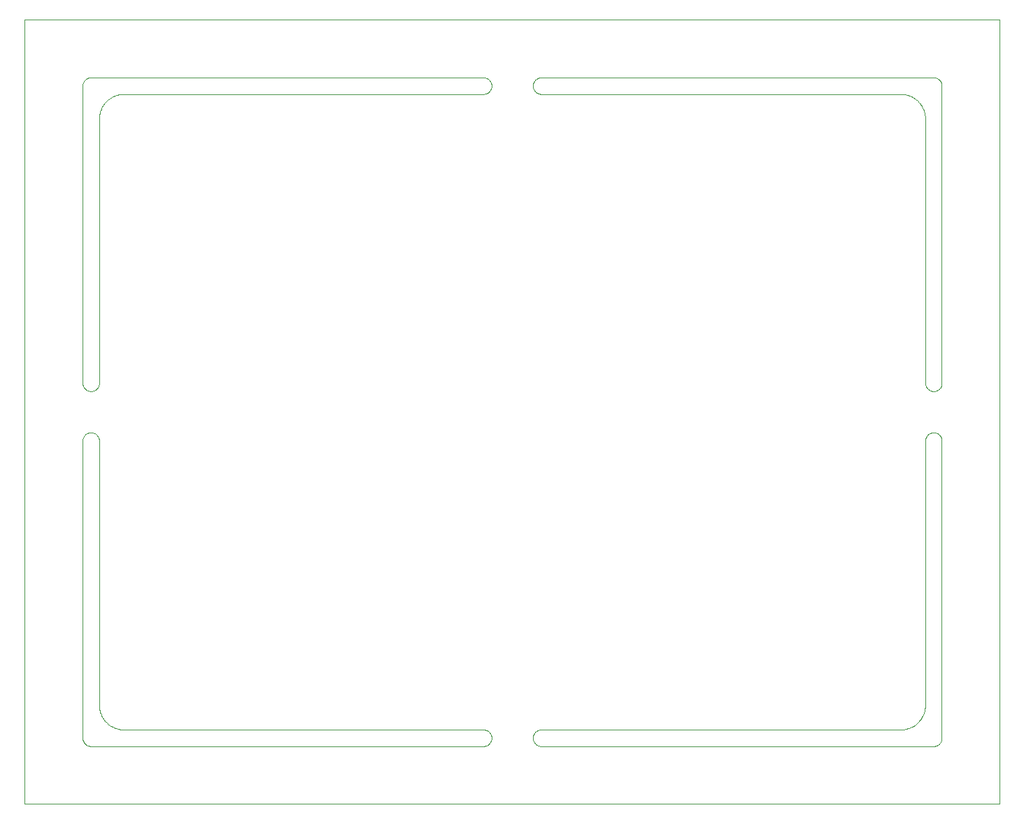
<source format=gm1>
G04 #@! TF.GenerationSoftware,KiCad,Pcbnew,(6.99.0-5015-g618347ef50)*
G04 #@! TF.CreationDate,2023-01-08T20:33:57+01:00*
G04 #@! TF.ProjectId,TinyLlama,54696e79-4c6c-4616-9d61-2e6b69636164,2.1*
G04 #@! TF.SameCoordinates,Original*
G04 #@! TF.FileFunction,Profile,NP*
%FSLAX46Y46*%
G04 Gerber Fmt 4.6, Leading zero omitted, Abs format (unit mm)*
G04 Created by KiCad (PCBNEW (6.99.0-5015-g618347ef50)) date 2023-01-08 20:33:57*
%MOMM*%
%LPD*%
G01*
G04 APERTURE LIST*
G04 #@! TA.AperFunction,Profile*
%ADD10C,0.100000*%
G04 #@! TD*
G04 APERTURE END LIST*
D10*
X71424637Y-23388855D02*
X71404946Y-23433278D01*
X22194826Y-22400259D02*
X22224721Y-22361952D01*
X24732218Y-25036482D02*
X24732050Y-25036672D01*
X24447640Y-99575974D02*
X24447771Y-99576191D01*
X26860463Y-24003539D02*
X26835673Y-24004796D01*
X23970328Y-65749450D02*
X23980974Y-65796861D01*
X122332411Y-24312451D02*
X122332185Y-24312337D01*
X123267781Y-25036482D02*
X123182871Y-24942499D01*
X125970328Y-102250549D02*
X125957368Y-102297380D01*
X123817268Y-99030166D02*
X123817353Y-99029928D01*
X125250549Y-102970328D02*
X125203138Y-102980974D01*
X23476681Y-65116900D02*
X23518960Y-65140851D01*
X22325158Y-102743539D02*
X22289966Y-102710033D01*
X15006002Y-109999087D02*
X15006455Y-109999275D01*
X123966970Y-98441967D02*
X123967005Y-98441716D01*
X24545207Y-25275984D02*
X24545060Y-25276190D01*
X132997829Y-15003902D02*
X132997517Y-15003522D01*
X71359148Y-101481039D02*
X71383099Y-101523318D01*
X25173893Y-24620174D02*
X25173690Y-24620327D01*
X121764137Y-24099253D02*
X121763892Y-24099187D01*
X125710033Y-65289966D02*
X125743539Y-65325158D01*
X71489281Y-101844737D02*
X71495229Y-101892963D01*
X24000000Y-97993792D02*
X24000158Y-98006205D01*
X123900746Y-26235862D02*
X123865902Y-26114090D01*
X77111144Y-23924637D02*
X77066721Y-23904946D01*
X122597469Y-24461038D02*
X122597256Y-24460901D01*
X24059175Y-26408574D02*
X24036829Y-26533246D01*
X76557874Y-101656480D02*
X76575362Y-101611144D01*
X23989281Y-59155262D02*
X23980974Y-59203138D01*
X24134097Y-26114090D02*
X24099253Y-26235862D01*
X76981039Y-22140851D02*
X77023318Y-22116900D01*
X24134169Y-98886152D02*
X24141600Y-98909836D01*
X76510718Y-102155262D02*
X76504770Y-102107036D01*
X77344737Y-102989281D02*
X77296861Y-102980974D01*
X124116900Y-59476681D02*
X124095053Y-59433278D01*
X22042631Y-65702619D02*
X22057874Y-65656480D01*
X71174841Y-23743539D02*
X71138047Y-23775278D01*
X24059223Y-98591674D02*
X24064219Y-98615988D01*
X25173893Y-100379825D02*
X25275984Y-100454792D01*
X123165597Y-24924322D02*
X123165420Y-24924141D01*
X26260382Y-100907095D02*
X26383763Y-100935726D01*
X15002170Y-15003902D02*
X15001878Y-15004296D01*
X77490122Y-103000000D02*
X77441423Y-102998804D01*
X125805173Y-22400259D02*
X125833152Y-22439987D01*
X71243539Y-23674841D02*
X71210033Y-23710033D01*
X124289966Y-59710033D02*
X124256460Y-59674841D01*
X71099740Y-101194826D02*
X71138047Y-101224721D01*
X22010718Y-59155262D02*
X22004770Y-59107036D01*
X23638047Y-59775278D02*
X23599740Y-59805173D01*
X22075362Y-22611144D02*
X22095053Y-22566721D01*
X70888855Y-102924637D02*
X70843519Y-102942125D01*
X25690328Y-100698702D02*
X25805421Y-100751584D01*
X132997517Y-15003522D02*
X132997188Y-15003159D01*
X25296563Y-100469119D02*
X25296773Y-100469261D01*
X26684179Y-24016963D02*
X26683928Y-24016992D01*
X125998804Y-59058576D02*
X125995229Y-59107036D01*
X71383099Y-22523318D02*
X71404946Y-22566721D01*
X125638047Y-22224721D02*
X125674841Y-22256460D01*
X71099740Y-22194826D02*
X71138047Y-22224721D01*
X123751687Y-25805652D02*
X123751584Y-25805421D01*
X125904946Y-102433278D02*
X125883099Y-102476681D01*
X132995295Y-15001605D02*
X132994874Y-15001353D01*
X125388855Y-22075362D02*
X125433278Y-22095053D01*
X23989281Y-65844737D02*
X23995229Y-65892963D01*
X76756460Y-22325158D02*
X76789966Y-22289966D01*
X132990190Y-109999942D02*
X132990681Y-109999918D01*
X132987727Y-110000000D02*
X132987972Y-109999996D01*
X71489281Y-22844737D02*
X71495229Y-22892963D01*
X125107036Y-59995229D02*
X125058576Y-59998804D01*
X125995229Y-22892963D02*
X125998804Y-22941423D01*
X23433278Y-59904946D02*
X23388855Y-59924637D01*
X24461038Y-99597469D02*
X24530738Y-99703226D01*
X132999275Y-15006455D02*
X132999087Y-15006002D01*
X26709126Y-100985569D02*
X26835420Y-100995187D01*
X124004770Y-59107036D02*
X124001195Y-59058576D01*
X22166847Y-65439987D02*
X22194826Y-65400259D01*
X26683928Y-24016992D02*
X26558283Y-24032994D01*
X23155262Y-65010718D02*
X23203138Y-65019025D01*
X23009877Y-65000000D02*
X23009877Y-65000000D01*
X76981039Y-23859148D02*
X76939987Y-23833152D01*
X122053680Y-24191442D02*
X122053443Y-24191351D01*
X15000724Y-109993544D02*
X15000912Y-109993997D01*
X24016963Y-26684179D02*
X24014452Y-26708874D01*
X123469261Y-99703226D02*
X123538961Y-99597469D01*
X132992612Y-15000416D02*
X132992136Y-15000297D01*
X124892963Y-65004770D02*
X124941423Y-65001195D01*
X125388855Y-59924637D02*
X125343519Y-59942125D01*
X77344737Y-23989281D02*
X77296861Y-23980974D01*
X25690328Y-24301297D02*
X25690100Y-24301405D01*
X77441423Y-102998804D02*
X77392963Y-102995229D01*
X132999583Y-15007387D02*
X132999440Y-15006917D01*
X76939987Y-102833152D02*
X76900259Y-102805173D01*
X121164326Y-100995203D02*
X121164579Y-100995187D01*
X125942125Y-59343519D02*
X125924637Y-59388855D01*
X125638047Y-65224721D02*
X125674841Y-65256460D01*
X76861952Y-23775278D02*
X76825158Y-23743539D01*
X71404946Y-22566721D02*
X71424637Y-22611144D01*
X123454792Y-99724015D02*
X123454939Y-99723809D01*
X25828462Y-100761475D02*
X25828696Y-100761572D01*
X24182646Y-25970071D02*
X24141679Y-26089923D01*
X124000000Y-27006333D02*
X123999999Y-27006207D01*
X77392963Y-23995229D02*
X77344737Y-23989281D01*
X22289966Y-102710033D02*
X22256460Y-102674841D01*
X123552359Y-99575974D02*
X123616613Y-99466823D01*
X132993997Y-15000912D02*
X132993544Y-15000724D01*
X132997829Y-109996097D02*
X132998121Y-109995703D01*
X124523318Y-59883099D02*
X124481039Y-59859148D01*
X123935780Y-26384011D02*
X123935726Y-26383763D01*
X71495229Y-23107036D02*
X71489281Y-23155262D01*
X70655262Y-102989281D02*
X70607036Y-102995229D01*
X22941423Y-22001195D02*
X22990122Y-22000000D01*
X125775278Y-102638047D02*
X125743539Y-102674841D01*
X22481039Y-65140851D02*
X22523318Y-65116900D01*
X125883099Y-22523318D02*
X125904946Y-22566721D01*
X123454939Y-99723809D02*
X123469119Y-99703436D01*
X22042631Y-59297380D02*
X22029671Y-59250549D01*
X24059175Y-98591425D02*
X24059223Y-98591674D01*
X123698594Y-25690100D02*
X123687662Y-25667814D01*
X23743539Y-65325158D02*
X23775278Y-65361952D01*
X71018960Y-22140851D02*
X71060012Y-22166847D01*
X24924322Y-24834402D02*
X24924141Y-24834579D01*
X123985547Y-26708874D02*
X123983036Y-26684179D01*
X123983007Y-26683928D02*
X123967005Y-26558283D01*
X125980974Y-59203138D02*
X125970328Y-59250549D01*
X125904946Y-59433278D02*
X125883099Y-59476681D01*
X125203138Y-65019025D02*
X125250549Y-65029671D01*
X125297380Y-102957368D02*
X125250549Y-102970328D01*
X24092965Y-26260136D02*
X24092904Y-26260382D01*
X23388855Y-59924637D02*
X23343519Y-59942125D01*
X77111144Y-22075362D02*
X77156480Y-22057874D01*
X124325158Y-65256460D02*
X124361952Y-65224721D01*
X25276190Y-100454939D02*
X25296563Y-100469119D01*
X77023318Y-101116900D02*
X77066721Y-101095053D01*
X71383099Y-102476681D02*
X71359148Y-102518960D01*
X70797380Y-102957368D02*
X70750549Y-102970328D01*
X122944493Y-24715882D02*
X122944299Y-24715719D01*
X24530738Y-25296773D02*
X24461038Y-25402530D01*
X23710033Y-65289966D02*
X23743539Y-65325158D01*
X24715882Y-25055506D02*
X24715719Y-25055700D01*
X22325158Y-65256460D02*
X22361952Y-65224721D01*
X22001195Y-102058576D02*
X22000000Y-102009877D01*
X123817353Y-99029928D02*
X123858320Y-98910076D01*
X122963517Y-24732218D02*
X122963327Y-24732050D01*
X23833152Y-59560012D02*
X23805173Y-59599740D01*
X26408574Y-24059175D02*
X26408325Y-24059223D01*
X124075362Y-65611144D02*
X124095053Y-65566721D01*
X70933278Y-23904946D02*
X70888855Y-23924637D01*
X25055506Y-100284117D02*
X25055700Y-100284280D01*
X125805173Y-102599740D02*
X125775278Y-102638047D01*
X125743539Y-22325158D02*
X125775278Y-22361952D01*
X132991169Y-109999870D02*
X132991655Y-109999798D01*
X124566721Y-59904946D02*
X124523318Y-59883099D01*
X123284280Y-25055700D02*
X123284117Y-25055506D01*
X22019025Y-22796861D02*
X22029671Y-22749450D01*
X123267781Y-99963517D02*
X123267949Y-99963327D01*
X23998804Y-59058576D02*
X23995229Y-59107036D01*
X77296861Y-101019025D02*
X77344737Y-101010718D01*
X25828696Y-100761572D02*
X25946319Y-100808557D01*
X76595053Y-22566721D02*
X76616900Y-22523318D01*
X121763892Y-24099187D02*
X121739863Y-24092965D01*
X71210033Y-23710033D02*
X71174841Y-23743539D01*
X22990122Y-103000000D02*
X22941423Y-102998804D01*
X123865830Y-26113847D02*
X123858399Y-26090163D01*
X71333152Y-22439987D02*
X71359148Y-22481039D01*
X71404946Y-23433278D02*
X71383099Y-23476681D01*
X71099740Y-102805173D02*
X71060012Y-102833152D01*
X24635678Y-25153863D02*
X24635520Y-25154062D01*
X24312337Y-99332185D02*
X24312451Y-99332411D01*
X76542631Y-102297380D02*
X76529671Y-102250549D01*
X71210033Y-102710033D02*
X71174841Y-102743539D01*
X123935726Y-98616236D02*
X123935780Y-98615988D01*
X121006205Y-24000158D02*
X120993792Y-24000000D01*
X15001878Y-109995703D02*
X15002170Y-109996097D01*
X123751584Y-99194578D02*
X123751687Y-99194347D01*
X70558576Y-22001195D02*
X70607036Y-22004770D01*
X121441967Y-100966970D02*
X121466503Y-100963211D01*
X23775278Y-59638047D02*
X23743539Y-59674841D01*
X22844737Y-102989281D02*
X22796861Y-102980974D01*
X123075858Y-100165420D02*
X123165420Y-100075858D01*
X71305173Y-102599740D02*
X71275278Y-102638047D01*
X24064219Y-98615988D02*
X24064273Y-98616236D01*
X122466823Y-100616613D02*
X122575974Y-100552359D01*
X121006205Y-100999841D02*
X121006331Y-100999839D01*
X123616613Y-99466823D02*
X123616738Y-99466603D01*
X123999841Y-98006205D02*
X123999999Y-97993792D01*
X71457368Y-101702619D02*
X71470328Y-101749450D01*
X122944299Y-100284280D02*
X122944493Y-100284117D01*
X24371094Y-25555322D02*
X24312451Y-25667588D01*
X26533246Y-100963170D02*
X26533496Y-100963211D01*
X125343519Y-59942125D02*
X125297380Y-59957368D01*
X71243539Y-102674841D02*
X71210033Y-102710033D01*
X124019025Y-59203138D02*
X124010718Y-59155262D01*
X23904946Y-59433278D02*
X23883099Y-59476681D01*
X24032994Y-26558283D02*
X24016992Y-26683928D01*
X76557874Y-23343519D02*
X76542631Y-23297380D01*
X24092904Y-26260382D02*
X24064273Y-26383763D01*
X71138047Y-22224721D02*
X71174841Y-22256460D01*
X123995187Y-98164579D02*
X123995203Y-98164326D01*
X25970071Y-24182646D02*
X25969833Y-24182731D01*
X120993666Y-24000000D02*
X77490122Y-24000000D01*
X22029671Y-65749450D02*
X22042631Y-65702619D01*
X15008830Y-15000129D02*
X15008344Y-15000201D01*
X24312451Y-25667588D02*
X24312337Y-25667814D01*
X125710033Y-102710033D02*
X125674841Y-102743539D01*
X26384011Y-24064219D02*
X26383763Y-24064273D01*
X70976681Y-23883099D02*
X70933278Y-23904946D01*
X125388855Y-102924637D02*
X125343519Y-102942125D01*
X27006333Y-24000000D02*
X27006207Y-24000000D01*
X71404946Y-101566721D02*
X71424637Y-101611144D01*
X71359148Y-102518960D02*
X71333152Y-102560012D01*
X124439987Y-59833152D02*
X124400259Y-59805173D01*
X123963170Y-98466753D02*
X123963211Y-98466503D01*
X23638047Y-65224721D02*
X23674841Y-65256460D01*
X22702619Y-65042631D02*
X22749450Y-65029671D01*
X22481039Y-59859148D02*
X22439987Y-59833152D01*
X125995229Y-102107036D02*
X125989281Y-102155262D01*
X123995203Y-26835673D02*
X123995187Y-26835420D01*
X24238427Y-25828696D02*
X24191442Y-25946319D01*
X132999440Y-15006917D02*
X132999275Y-15006455D01*
X15002170Y-109996097D02*
X15002482Y-109996477D01*
X24099187Y-98763892D02*
X24099253Y-98764137D01*
X24099253Y-98764137D02*
X24134097Y-98885909D01*
X132993997Y-109999087D02*
X132994441Y-109998877D01*
X70607036Y-102995229D02*
X70558576Y-102998804D01*
X76900259Y-23805173D02*
X76861952Y-23775278D01*
X23599740Y-65194826D02*
X23638047Y-65224721D01*
X22140851Y-22481039D02*
X22166847Y-22439987D01*
X25805421Y-100751584D02*
X25805652Y-100751687D01*
X26860716Y-24003529D02*
X26860463Y-24003539D01*
X77441423Y-101001195D02*
X77490122Y-101000000D01*
X22166847Y-102560012D02*
X22140851Y-102518960D01*
X22075362Y-102388855D02*
X22057874Y-102343519D01*
X24014452Y-98291125D02*
X24016963Y-98315820D01*
X71480974Y-101796861D02*
X71489281Y-101844737D01*
X126000000Y-102009877D02*
X125998804Y-102058576D01*
X15000559Y-109993082D02*
X15000724Y-109993544D01*
X24004812Y-98164579D02*
X24014430Y-98290873D01*
X124140851Y-59518960D02*
X124116900Y-59476681D01*
X26708874Y-100985547D02*
X26709126Y-100985569D01*
X132995703Y-15001878D02*
X132995295Y-15001605D01*
X24545060Y-25276190D02*
X24530880Y-25296563D01*
X23805173Y-65400259D02*
X23833152Y-65439987D01*
X124481039Y-59859148D02*
X124439987Y-59833152D01*
X123628785Y-99444900D02*
X123628905Y-99444677D01*
X77111144Y-102924637D02*
X77066721Y-102904946D01*
X26383763Y-24064273D02*
X26260382Y-24092904D01*
X133000000Y-109987727D02*
X133000000Y-15012272D01*
X125433278Y-102904946D02*
X125388855Y-102924637D01*
X23058576Y-59998804D02*
X23009877Y-60000000D01*
X124042631Y-59297380D02*
X124029671Y-59250549D01*
X23203138Y-59980974D02*
X23155262Y-59989281D01*
X76825158Y-102743539D02*
X76789966Y-102710033D01*
X15002811Y-109996840D02*
X15003159Y-109997188D01*
X22289966Y-59710033D02*
X22256460Y-59674841D01*
X123379672Y-99826309D02*
X123379825Y-99826106D01*
X15007387Y-15000416D02*
X15006917Y-15000559D01*
X125942125Y-102343519D02*
X125924637Y-102388855D01*
X22892963Y-65004770D02*
X22941423Y-65001195D01*
X77111144Y-101075362D02*
X77156480Y-101057874D01*
X125155262Y-59989281D02*
X125107036Y-59995229D01*
X124224721Y-59638047D02*
X124194826Y-59599740D01*
X124289966Y-65289966D02*
X124325158Y-65256460D01*
X23883099Y-65523318D02*
X23904946Y-65566721D01*
X24530880Y-25296563D02*
X24530738Y-25296773D01*
X123075677Y-24834402D02*
X123057686Y-24817301D01*
X125743539Y-102674841D02*
X125710033Y-102710033D01*
X70703138Y-22019025D02*
X70750549Y-22029671D01*
X71498804Y-101941423D02*
X71500000Y-101990122D01*
X123687548Y-25667588D02*
X123628905Y-25555322D01*
X22010718Y-22844737D02*
X22019025Y-22796861D01*
X71424637Y-101611144D02*
X71442125Y-101656480D01*
X125599740Y-22194826D02*
X125638047Y-22224721D01*
X71305173Y-101400259D02*
X71333152Y-101439987D01*
X24461038Y-25402530D02*
X24460901Y-25402743D01*
X132998646Y-15005125D02*
X132998394Y-15004704D01*
X124004770Y-65892963D02*
X124010718Y-65844737D01*
X125058576Y-22001195D02*
X125107036Y-22004770D01*
X122845937Y-100364479D02*
X122846136Y-100364321D01*
X123900812Y-98763892D02*
X123907034Y-98739863D01*
X22001195Y-65941423D02*
X22004770Y-65892963D01*
X71275278Y-101361952D02*
X71305173Y-101400259D01*
X24092904Y-98739617D02*
X24092965Y-98739863D01*
X132998394Y-109995295D02*
X132998646Y-109994874D01*
X22001195Y-59058576D02*
X22000000Y-59009877D01*
X15000129Y-15008830D02*
X15000081Y-15009318D01*
X71174841Y-101256460D02*
X71210033Y-101289966D01*
X24942499Y-100182871D02*
X25036482Y-100267781D01*
X25424025Y-24447640D02*
X25423808Y-24447771D01*
X24620327Y-99826309D02*
X24635520Y-99845937D01*
X71359148Y-22481039D02*
X71383099Y-22523318D01*
X22029671Y-22749450D02*
X22042631Y-22702619D01*
X124010718Y-65844737D02*
X124019025Y-65796861D01*
X22224721Y-65361952D02*
X22256460Y-65325158D01*
X22892963Y-59995229D02*
X22844737Y-59989281D01*
X25402530Y-100538961D02*
X25402743Y-100539098D01*
X24447640Y-25424025D02*
X24383386Y-25533176D01*
X123865830Y-98886152D02*
X123865902Y-98885909D01*
X71359148Y-23518960D02*
X71333152Y-23560012D01*
X22004770Y-65892963D02*
X22010718Y-65844737D01*
X132999918Y-15009318D02*
X132999870Y-15008830D01*
X121616236Y-24064273D02*
X121615988Y-24064219D01*
X71404946Y-102433278D02*
X71383099Y-102476681D01*
X70797380Y-101042631D02*
X70843519Y-101057874D01*
X124523318Y-65116900D02*
X124566721Y-65095053D01*
X77344737Y-22010718D02*
X77392963Y-22004770D01*
X77156480Y-22057874D02*
X77202619Y-22042631D01*
X125998804Y-22941423D02*
X126000000Y-22990122D01*
X125203138Y-59980974D02*
X125155262Y-59989281D01*
X24301405Y-25690100D02*
X24301297Y-25690328D01*
X123983036Y-98315820D02*
X123985547Y-98291125D01*
X71275278Y-102638047D02*
X71243539Y-102674841D01*
X121441967Y-24033029D02*
X121441716Y-24032994D01*
X25805652Y-100751687D02*
X25828462Y-100761475D01*
X71018960Y-23859148D02*
X70976681Y-23883099D01*
X22990122Y-65000000D02*
X23009877Y-65000000D01*
X123182698Y-24942313D02*
X123165597Y-24924322D01*
X76861952Y-22224721D02*
X76900259Y-22194826D01*
X125805173Y-65400259D02*
X125833152Y-65439987D01*
X22941423Y-102998804D02*
X22892963Y-102995229D01*
X22400259Y-102805173D02*
X22361952Y-102775278D01*
X71470328Y-22749450D02*
X71480974Y-22796861D01*
X71500000Y-22990122D02*
X71500000Y-23009877D01*
X24460901Y-99597256D02*
X24461038Y-99597469D01*
X125560012Y-59833152D02*
X125518960Y-59859148D01*
X122030166Y-24182731D02*
X122029928Y-24182646D01*
X123469119Y-99703436D02*
X123469261Y-99703226D01*
X77344737Y-101010718D02*
X77392963Y-101004770D01*
X123995203Y-98164326D02*
X123996460Y-98139536D01*
X76825158Y-22256460D02*
X76861952Y-22224721D01*
X24141679Y-26089923D02*
X24141600Y-26090163D01*
X122597256Y-100539098D02*
X122597469Y-100538961D01*
X25423808Y-24447771D02*
X25402743Y-24460901D01*
X125009877Y-22000000D02*
X125058576Y-22001195D01*
X70976681Y-101116900D02*
X71018960Y-101140851D01*
X71210033Y-22289966D02*
X71243539Y-22325158D01*
X25555099Y-24371214D02*
X25533396Y-24383261D01*
X15000000Y-109987727D02*
X15000003Y-109987972D01*
X71018960Y-101140851D02*
X71060012Y-101166847D01*
X122053443Y-24191351D02*
X122030166Y-24182731D01*
X15008830Y-109999870D02*
X15009318Y-109999918D01*
X124439987Y-65166847D02*
X124481039Y-65140851D01*
X24000000Y-65990122D02*
X24000000Y-97993666D01*
X22010718Y-102155262D02*
X22004770Y-102107036D01*
X15000416Y-109992612D02*
X15000559Y-109993082D01*
X76500000Y-102009877D02*
X76500000Y-101990122D01*
X24383386Y-25533176D02*
X24383261Y-25533396D01*
X122575974Y-100552359D02*
X122576191Y-100552228D01*
X71495229Y-22892963D02*
X71498804Y-22941423D01*
X25036672Y-100267949D02*
X25055506Y-100284117D01*
X76616900Y-22523318D02*
X76640851Y-22481039D01*
X76900259Y-22194826D02*
X76939987Y-22166847D01*
X121291125Y-24014452D02*
X121290873Y-24014430D01*
X76519025Y-102203138D02*
X76510718Y-102155262D01*
X125518960Y-59859148D02*
X125476681Y-59883099D01*
X123364479Y-99845937D02*
X123379672Y-99826309D01*
X124057874Y-65656480D02*
X124075362Y-65611144D01*
X122053680Y-100808557D02*
X122171303Y-100761572D01*
X124844737Y-65010718D02*
X124892963Y-65004770D01*
X121290873Y-24014430D02*
X121164579Y-24004812D01*
X76510718Y-23155262D02*
X76504770Y-23107036D01*
X123817268Y-25969833D02*
X123808648Y-25946556D01*
X23924637Y-65611144D02*
X23942125Y-65656480D01*
X125518960Y-102859148D02*
X125476681Y-102883099D01*
X71498804Y-23058576D02*
X71495229Y-23107036D01*
X71457368Y-22702619D02*
X71470328Y-22749450D01*
X76694826Y-102599740D02*
X76666847Y-102560012D01*
X70933278Y-102904946D02*
X70888855Y-102924637D01*
X125833152Y-65439987D02*
X125859148Y-65481039D01*
X15003159Y-15002811D02*
X15002811Y-15003159D01*
X123698702Y-25690328D02*
X123698594Y-25690100D01*
X123940776Y-26408325D02*
X123935780Y-26384011D01*
X25154062Y-100364479D02*
X25173690Y-100379672D01*
X71333152Y-23560012D02*
X71305173Y-23599740D01*
X123454939Y-25276190D02*
X123454792Y-25275984D01*
X125476681Y-59883099D02*
X125433278Y-59904946D01*
X22095053Y-65566721D02*
X22116900Y-65523318D01*
X123940824Y-26408574D02*
X123940776Y-26408325D01*
X122171537Y-100761475D02*
X122194347Y-100751687D01*
X23009877Y-60000000D02*
X22990122Y-60000000D01*
X22400259Y-65194826D02*
X22439987Y-65166847D01*
X77296861Y-23980974D02*
X77249450Y-23970328D01*
X71424637Y-22611144D02*
X71442125Y-22656480D01*
X123628905Y-99444677D02*
X123687548Y-99332411D01*
X70703138Y-101019025D02*
X70750549Y-101029671D01*
X24620174Y-25173893D02*
X24545207Y-25275984D01*
X71383099Y-23476681D02*
X71359148Y-23518960D01*
X76529671Y-22749450D02*
X76542631Y-22702619D01*
X123538961Y-99597469D02*
X123539098Y-99597256D01*
X76825158Y-101256460D02*
X76861952Y-101224721D01*
X26558283Y-100967005D02*
X26683928Y-100983007D01*
X23957368Y-65702619D02*
X23970328Y-65749450D01*
X123454792Y-25275984D02*
X123379825Y-25173893D01*
X25296563Y-24530880D02*
X25276190Y-24545060D01*
X26114090Y-24134097D02*
X26113847Y-24134169D01*
X23155262Y-59989281D02*
X23107036Y-59995229D01*
X70843519Y-102942125D02*
X70797380Y-102957368D01*
X15003902Y-15002170D02*
X15003522Y-15002482D01*
X124702619Y-65042631D02*
X124749450Y-65029671D01*
X25805652Y-24248312D02*
X25805421Y-24248415D01*
X125989281Y-65844737D02*
X125995229Y-65892963D01*
X132990190Y-15000057D02*
X132987972Y-15000003D01*
X122332185Y-24312337D02*
X122309899Y-24301405D01*
X121909836Y-100858399D02*
X121910076Y-100858320D01*
X23998804Y-65941423D02*
X24000000Y-65990122D01*
X22057874Y-102343519D02*
X22042631Y-102297380D01*
X77296861Y-102980974D02*
X77249450Y-102970328D01*
X121885909Y-100865902D02*
X121886152Y-100865830D01*
X77296861Y-22019025D02*
X77344737Y-22010718D01*
X76900259Y-101194826D02*
X76939987Y-101166847D01*
X125775278Y-22361952D02*
X125805173Y-22400259D01*
X22481039Y-22140851D02*
X22523318Y-22116900D01*
X123075677Y-100165597D02*
X123075858Y-100165420D01*
X23859148Y-65481039D02*
X23883099Y-65523318D01*
X22566721Y-22095053D02*
X22611144Y-22075362D01*
X132999942Y-15009809D02*
X132999918Y-15009318D01*
X23995229Y-65892963D02*
X23998804Y-65941423D01*
X77023318Y-102883099D02*
X76981039Y-102859148D01*
X123940824Y-98591425D02*
X123963170Y-98466753D01*
X71470328Y-101749450D02*
X71480974Y-101796861D01*
X122597469Y-100538961D02*
X122703226Y-100469261D01*
X123900812Y-26236107D02*
X123900746Y-26235862D01*
X24064273Y-26383763D02*
X24064219Y-26384011D01*
X26860716Y-100996470D02*
X26993668Y-100999839D01*
X25402743Y-100539098D02*
X25423808Y-100552228D01*
X125674841Y-102743539D02*
X125638047Y-102775278D01*
X121910076Y-24141679D02*
X121909836Y-24141600D01*
X77249450Y-23970328D02*
X77202619Y-23957368D01*
X26835673Y-100995203D02*
X26860463Y-100996460D01*
X123967005Y-26558283D02*
X123966970Y-26558032D01*
X125883099Y-102476681D02*
X125859148Y-102518960D01*
X122963327Y-100267949D02*
X122963517Y-100267781D01*
X26114090Y-100865902D02*
X26235862Y-100900746D01*
X123963211Y-98466503D02*
X123966970Y-98441967D01*
X25555322Y-24371094D02*
X25555099Y-24371214D01*
X24004812Y-26835420D02*
X24004796Y-26835673D01*
X123165420Y-24924141D02*
X123075858Y-24834579D01*
X76789966Y-102710033D02*
X76756460Y-102674841D01*
X22656480Y-65057874D02*
X22702619Y-65042631D01*
X15000057Y-109990190D02*
X15000081Y-109990681D01*
X22116900Y-22523318D02*
X22140851Y-22481039D01*
X122703226Y-24530738D02*
X122597469Y-24461038D01*
X121291125Y-100985547D02*
X121315820Y-100983036D01*
X124941423Y-59998804D02*
X124892963Y-59995229D01*
X24301405Y-99309899D02*
X24312337Y-99332185D01*
X25173690Y-24620327D02*
X25154062Y-24635520D01*
X121164579Y-100995187D02*
X121290873Y-100985569D01*
X121591425Y-100940824D02*
X121591674Y-100940776D01*
X25173690Y-100379672D02*
X25173893Y-100379825D01*
X126000000Y-59009877D02*
X125998804Y-59058576D01*
X123379825Y-25173893D02*
X123379672Y-25173690D01*
X125833152Y-59560012D02*
X125805173Y-59599740D01*
X123858399Y-26090163D02*
X123858320Y-26089923D01*
X24033029Y-98441967D02*
X24036788Y-98466503D01*
X132998646Y-109994874D02*
X132998877Y-109994441D01*
X124361952Y-65224721D02*
X124400259Y-65194826D01*
X23970328Y-59250549D02*
X23957368Y-59297380D01*
X26709126Y-24014430D02*
X26708874Y-24014452D01*
X23805173Y-59599740D02*
X23775278Y-59638047D01*
X15009318Y-109999918D02*
X15009809Y-109999942D01*
X121591425Y-24059175D02*
X121466753Y-24036829D01*
X26993794Y-24000158D02*
X26993668Y-24000160D01*
X24715882Y-99944493D02*
X24732050Y-99963327D01*
X70558576Y-23998804D02*
X70509877Y-24000000D01*
X77249450Y-102970328D02*
X77202619Y-102957368D01*
X76666847Y-22439987D02*
X76694826Y-22400259D01*
X24003529Y-98139283D02*
X24003539Y-98139536D01*
X132987972Y-15000003D02*
X132987727Y-15000000D01*
X70607036Y-23995229D02*
X70558576Y-23998804D01*
X22004770Y-22892963D02*
X22010718Y-22844737D01*
X22400259Y-59805173D02*
X22361952Y-59775278D01*
X24447771Y-25423808D02*
X24447640Y-25424025D01*
X132994441Y-15001122D02*
X132993997Y-15000912D01*
X123999999Y-97993792D02*
X124000000Y-97993666D01*
X76542631Y-101702619D02*
X76557874Y-101656480D01*
X122309671Y-100698702D02*
X122309899Y-100698594D01*
X22004770Y-102107036D02*
X22001195Y-102058576D01*
X76529671Y-101749450D02*
X76542631Y-101702619D01*
X22019025Y-102203138D02*
X22010718Y-102155262D01*
X123075858Y-24834579D02*
X123075677Y-24834402D01*
X27006207Y-100999999D02*
X27006333Y-101000000D01*
X125250549Y-22029671D02*
X125297380Y-22042631D01*
X23674841Y-65256460D02*
X23710033Y-65289966D01*
X122030166Y-100817268D02*
X122053443Y-100808648D01*
X27006333Y-101000000D02*
X70509877Y-101000000D01*
X25667588Y-100687548D02*
X25667814Y-100687662D01*
X126000000Y-22990122D02*
X126000000Y-59009877D01*
X25946319Y-24191442D02*
X25828696Y-24238427D01*
X132996477Y-109997517D02*
X132996840Y-109997188D01*
X15001353Y-15005125D02*
X15001122Y-15005558D01*
X76981039Y-102859148D02*
X76939987Y-102833152D01*
X124796861Y-59980974D02*
X124749450Y-59970328D01*
X22325158Y-59743539D02*
X22289966Y-59710033D01*
X23924637Y-59388855D02*
X23904946Y-59433278D01*
X124194826Y-59599740D02*
X124166847Y-59560012D01*
X70933278Y-101095053D02*
X70976681Y-101116900D01*
X24834402Y-24924322D02*
X24817301Y-24942313D01*
X22749450Y-59970328D02*
X22702619Y-59957368D01*
X22892963Y-22004770D02*
X22941423Y-22001195D01*
X76789966Y-22289966D02*
X76825158Y-22256460D01*
X22796861Y-59980974D02*
X22749450Y-59970328D01*
X26089923Y-100858320D02*
X26090163Y-100858399D01*
X123165597Y-100075677D02*
X123182698Y-100057686D01*
X22166847Y-22439987D02*
X22194826Y-22400259D01*
X25969833Y-24182731D02*
X25946556Y-24191351D01*
X125638047Y-59775278D02*
X125599740Y-59805173D01*
X123539098Y-99597256D02*
X123552228Y-99576191D01*
X125009877Y-103000000D02*
X77490122Y-103000000D01*
X22611144Y-65075362D02*
X22656480Y-65057874D01*
X24004796Y-26835673D02*
X24003539Y-26860463D01*
X132997517Y-109996477D02*
X132997829Y-109996097D01*
X76756460Y-101325158D02*
X76789966Y-101289966D01*
X71500000Y-23009877D02*
X71498804Y-23058576D01*
X24732050Y-99963327D02*
X24732218Y-99963517D01*
X122053443Y-100808648D02*
X122053680Y-100808557D01*
X71480974Y-22796861D02*
X71489281Y-22844737D01*
X125433278Y-59904946D02*
X125388855Y-59924637D01*
X24141600Y-26090163D02*
X24134169Y-26113847D01*
X125924637Y-59388855D02*
X125904946Y-59433278D01*
X24620174Y-99826106D02*
X24620327Y-99826309D01*
X132999275Y-109993544D02*
X132999440Y-109993082D01*
X23560012Y-65166847D02*
X23599740Y-65194826D01*
X132999918Y-109990681D02*
X132999942Y-109990190D01*
X122194347Y-24248312D02*
X122171537Y-24238524D01*
X125883099Y-59476681D02*
X125859148Y-59518960D01*
X15000416Y-15007387D02*
X15000297Y-15007863D01*
X15000000Y-15012272D02*
X15000000Y-109987727D01*
X122703436Y-24530880D02*
X122703226Y-24530738D01*
X121739863Y-100907034D02*
X121763892Y-100900812D01*
X23250549Y-65029671D02*
X23297380Y-65042631D01*
X125058576Y-65001195D02*
X125107036Y-65004770D01*
X125743539Y-65325158D02*
X125775278Y-65361952D01*
X71457368Y-102297380D02*
X71442125Y-102343519D01*
X122723809Y-24545060D02*
X122703436Y-24530880D01*
X15000003Y-109987972D02*
X15000057Y-109990190D01*
X124566721Y-65095053D02*
X124611144Y-65075362D01*
X122309899Y-24301405D02*
X122309671Y-24301297D01*
X24460901Y-25402743D02*
X24447771Y-25423808D01*
X123751687Y-99194347D02*
X123761475Y-99171537D01*
X76640851Y-23518960D02*
X76616900Y-23476681D01*
X71489281Y-23155262D02*
X71480974Y-23203138D01*
X77490122Y-24000000D02*
X77441423Y-23998804D01*
X123817353Y-25970071D02*
X123817268Y-25969833D01*
X132995703Y-109998121D02*
X132996097Y-109997829D01*
X132994874Y-15001353D02*
X132994441Y-15001122D01*
X125904946Y-65566721D02*
X125924637Y-65611144D01*
X22749450Y-65029671D02*
X22796861Y-65019025D01*
X24371214Y-99444900D02*
X24383261Y-99466603D01*
X15006455Y-109999275D02*
X15006917Y-109999440D01*
X15003522Y-15002482D02*
X15003159Y-15002811D01*
X121466753Y-100963170D02*
X121591425Y-100940824D01*
X123935726Y-26383763D02*
X123907095Y-26260382D01*
X26260136Y-24092965D02*
X26236107Y-24099187D01*
X71442125Y-102343519D02*
X71424637Y-102388855D01*
X132987727Y-15000000D02*
X15012272Y-15000000D01*
X24182646Y-99029928D02*
X24182731Y-99030166D01*
X121739617Y-100907095D02*
X121739863Y-100907034D01*
X77156480Y-23942125D02*
X77111144Y-23924637D01*
X122171303Y-100761572D02*
X122171537Y-100761475D01*
X125710033Y-22289966D02*
X125743539Y-22325158D01*
X124611144Y-59924637D02*
X124566721Y-59904946D01*
X132993082Y-15000559D02*
X132992612Y-15000416D01*
X77490122Y-101000000D02*
X120993666Y-101000000D01*
X15009809Y-109999942D02*
X15012027Y-109999996D01*
X24301297Y-99309671D02*
X24301405Y-99309899D01*
X26558032Y-100966970D02*
X26558283Y-100967005D01*
X22019025Y-65796861D02*
X22029671Y-65749450D01*
X23107036Y-65004770D02*
X23155262Y-65010718D01*
X123761572Y-99171303D02*
X123808557Y-99053680D01*
X23343519Y-65057874D02*
X23388855Y-65075362D01*
X22010718Y-65844737D02*
X22019025Y-65796861D01*
X26993668Y-100999839D02*
X26993794Y-100999841D01*
X125155262Y-22010718D02*
X125203138Y-22019025D01*
X22702619Y-22042631D02*
X22749450Y-22029671D01*
X22004770Y-59107036D02*
X22001195Y-59058576D01*
X123995187Y-26835420D02*
X123985569Y-26709126D01*
X71498804Y-102058576D02*
X71495229Y-102107036D01*
X132996097Y-15002170D02*
X132995703Y-15001878D01*
X123165420Y-100075858D02*
X123165597Y-100075677D01*
X22611144Y-102924637D02*
X22566721Y-102904946D01*
X123552359Y-25424025D02*
X123552228Y-25423808D01*
X125433278Y-22095053D02*
X125476681Y-22116900D01*
X24036829Y-26533246D02*
X24036788Y-26533496D01*
X125995229Y-65892963D02*
X125998804Y-65941423D01*
X125203138Y-102980974D02*
X125155262Y-102989281D01*
X76939987Y-23833152D02*
X76900259Y-23805173D01*
X15004704Y-109998394D02*
X15005125Y-109998646D01*
X123538961Y-25402530D02*
X123469261Y-25296773D01*
X76575362Y-102388855D02*
X76557874Y-102343519D01*
X76519025Y-22796861D02*
X76529671Y-22749450D01*
X15012272Y-110000000D02*
X132987727Y-110000000D01*
X22140851Y-65481039D02*
X22166847Y-65439987D01*
X71500000Y-23009877D02*
X71500000Y-23009877D01*
X71174841Y-22256460D02*
X71210033Y-22289966D01*
X121739863Y-24092965D02*
X121739617Y-24092904D01*
X71442125Y-23343519D02*
X71424637Y-23388855D01*
X122826106Y-100379825D02*
X122826309Y-100379672D01*
X123687662Y-25667814D02*
X123687548Y-25667588D01*
X70797380Y-23957368D02*
X70750549Y-23970328D01*
X22361952Y-22224721D02*
X22400259Y-22194826D01*
X125980974Y-102203138D02*
X125970328Y-102250549D01*
X123999839Y-26993668D02*
X123996470Y-26860716D01*
X123761572Y-25828696D02*
X123761475Y-25828462D01*
X125599740Y-59805173D02*
X125560012Y-59833152D01*
X15006917Y-109999440D02*
X15007387Y-109999583D01*
X23107036Y-59995229D02*
X23058576Y-59998804D01*
X15003522Y-109997517D02*
X15003902Y-109997829D01*
X24099253Y-26235862D02*
X24099187Y-26236107D01*
X70888855Y-101075362D02*
X70933278Y-101095053D01*
X15005558Y-109998877D02*
X15006002Y-109999087D01*
X132999870Y-15008830D02*
X132999798Y-15008344D01*
X15009809Y-15000057D02*
X15009809Y-15000057D01*
X24182731Y-25969833D02*
X24182646Y-25970071D01*
X77392963Y-101004770D02*
X77441423Y-101001195D01*
X132995295Y-109998394D02*
X132995703Y-109998121D01*
X24000160Y-98006331D02*
X24003529Y-98139283D01*
X15002811Y-15003159D02*
X15002482Y-15003522D01*
X124844737Y-59989281D02*
X124796861Y-59980974D01*
X123858399Y-98909836D02*
X123865830Y-98886152D01*
X124256460Y-59674841D02*
X124224721Y-59638047D01*
X15009318Y-15000081D02*
X15008830Y-15000129D01*
X123057686Y-24817301D02*
X123057500Y-24817128D01*
X124702619Y-59957368D02*
X124656480Y-59942125D01*
X24134169Y-26113847D02*
X24134097Y-26114090D01*
X77249450Y-101029671D02*
X77296861Y-101019025D01*
X122944493Y-100284117D02*
X122963327Y-100267949D01*
X124990122Y-65000000D02*
X125009877Y-65000000D01*
X26533496Y-24036788D02*
X26533246Y-24036829D01*
X76640851Y-101481039D02*
X76666847Y-101439987D01*
X24036788Y-26533496D02*
X24033029Y-26558032D01*
X76756460Y-102674841D02*
X76724721Y-102638047D01*
X121006331Y-24000160D02*
X121006205Y-24000158D01*
X24635520Y-99845937D02*
X24635678Y-99846136D01*
X15008344Y-15000201D02*
X15007863Y-15000297D01*
X76724721Y-102638047D02*
X76694826Y-102599740D01*
X70750549Y-101029671D02*
X70797380Y-101042631D01*
X123985569Y-26709126D02*
X123985547Y-26708874D01*
X25424025Y-100552359D02*
X25533176Y-100616613D01*
X122029928Y-100817353D02*
X122030166Y-100817268D01*
X77202619Y-101042631D02*
X77249450Y-101029671D01*
X124095053Y-65566721D02*
X124116900Y-65523318D01*
X76504770Y-23107036D02*
X76501195Y-23058576D01*
X125560012Y-22166847D02*
X125599740Y-22194826D01*
X24635678Y-99846136D02*
X24715719Y-99944299D01*
X124656480Y-65057874D02*
X124702619Y-65042631D01*
X125833152Y-22439987D02*
X125859148Y-22481039D01*
X132999942Y-109990190D02*
X132999996Y-109987972D01*
X121316071Y-100983007D02*
X121441716Y-100967005D01*
X22656480Y-102942125D02*
X22611144Y-102924637D01*
X123364321Y-99846136D02*
X123364479Y-99845937D01*
X132993544Y-109999275D02*
X132993997Y-109999087D01*
X76724721Y-23638047D02*
X76694826Y-23599740D01*
X76542631Y-22702619D02*
X76557874Y-22656480D01*
X125859148Y-22481039D02*
X125883099Y-22523318D01*
X24141679Y-98910076D02*
X24182646Y-99029928D01*
X26860463Y-100996460D02*
X26860716Y-100996470D01*
X22194826Y-59599740D02*
X22166847Y-59560012D01*
X15000297Y-109992136D02*
X15000416Y-109992612D01*
X22256460Y-102674841D02*
X22224721Y-102638047D01*
X22224721Y-59638047D02*
X22194826Y-59599740D01*
X125989281Y-59155262D02*
X125980974Y-59203138D01*
X22566721Y-59904946D02*
X22523318Y-59883099D01*
X22029671Y-59250549D02*
X22019025Y-59203138D01*
X71470328Y-23250549D02*
X71457368Y-23297380D01*
X121591674Y-100940776D02*
X121615988Y-100935780D01*
X24924141Y-24834579D02*
X24834579Y-24924141D01*
X125297380Y-22042631D02*
X125343519Y-22057874D01*
X22439987Y-22166847D02*
X22481039Y-22140851D01*
X24312337Y-25667814D02*
X24301405Y-25690100D01*
X70888855Y-22075362D02*
X70933278Y-22095053D01*
X26113847Y-100865830D02*
X26114090Y-100865902D01*
X76616900Y-101523318D02*
X76640851Y-101481039D01*
X22000000Y-22990122D02*
X22001195Y-22941423D01*
X71457368Y-23297380D02*
X71442125Y-23343519D01*
X24817128Y-24942499D02*
X24732218Y-25036482D01*
X121886152Y-24134169D02*
X121885909Y-24134097D01*
X121615988Y-100935780D02*
X121616236Y-100935726D01*
X15000724Y-15006455D02*
X15000559Y-15006917D01*
X24530880Y-99703436D02*
X24545060Y-99723809D01*
X23904946Y-65566721D02*
X23924637Y-65611144D01*
X25036482Y-100267781D02*
X25036672Y-100267949D01*
X25153863Y-100364321D02*
X25154062Y-100364479D01*
X124116900Y-65523318D02*
X124140851Y-65481039D01*
X120993666Y-101000000D02*
X120993792Y-100999999D01*
X71470328Y-102250549D02*
X71457368Y-102297380D01*
X76501195Y-22941423D02*
X76504770Y-22892963D01*
X76694826Y-23599740D02*
X76666847Y-23560012D01*
X122444677Y-100628905D02*
X122444900Y-100628785D01*
X23775278Y-65361952D02*
X23805173Y-65400259D01*
X22749450Y-22029671D02*
X22796861Y-22019025D01*
X77066721Y-101095053D02*
X77111144Y-101075362D01*
X25667814Y-24312337D02*
X25667588Y-24312451D01*
X71243539Y-22325158D02*
X71275278Y-22361952D01*
X125058576Y-59998804D02*
X125009877Y-60000000D01*
X125970328Y-65749450D02*
X125980974Y-65796861D01*
X15001878Y-15004296D02*
X15001605Y-15004704D01*
X125155262Y-102989281D02*
X125107036Y-102995229D01*
X124140851Y-65481039D02*
X124166847Y-65439987D01*
X122171303Y-24238427D02*
X122053680Y-24191442D01*
X27006207Y-24000000D02*
X26993794Y-24000158D01*
X24942313Y-24817301D02*
X24924322Y-24834402D01*
X26835673Y-24004796D02*
X26835420Y-24004812D01*
X132996477Y-15002482D02*
X132996097Y-15002170D01*
X15000912Y-109993997D02*
X15001122Y-109994441D01*
X15001605Y-15004704D02*
X15001353Y-15005125D01*
X125155262Y-65010718D02*
X125203138Y-65019025D01*
X123808557Y-99053680D02*
X123808648Y-99053443D01*
X22523318Y-59883099D02*
X22481039Y-59859148D01*
X24545060Y-99723809D02*
X24545207Y-99724015D01*
X76595053Y-102433278D02*
X76575362Y-102388855D01*
X122597256Y-24460901D02*
X122576191Y-24447771D01*
X132991655Y-15000201D02*
X132991169Y-15000129D01*
X71138047Y-102775278D02*
X71099740Y-102805173D01*
X25533396Y-100616738D02*
X25555099Y-100628785D01*
X125998804Y-65941423D02*
X126000000Y-65990122D01*
X122826106Y-24620174D02*
X122724015Y-24545207D01*
X70607036Y-22004770D02*
X70655262Y-22010718D01*
X123907095Y-98739617D02*
X123935726Y-98616236D01*
X77202619Y-22042631D02*
X77249450Y-22029671D01*
X125343519Y-102942125D02*
X125297380Y-102957368D01*
X125980974Y-65796861D02*
X125989281Y-65844737D01*
X76900259Y-102805173D02*
X76861952Y-102775278D01*
X122963327Y-24732050D02*
X122944493Y-24715882D01*
X22224721Y-102638047D02*
X22194826Y-102599740D01*
X25533396Y-24383261D02*
X25533176Y-24383386D01*
X24248415Y-99194578D02*
X24301297Y-99309671D01*
X122944299Y-24715719D02*
X122846136Y-24635678D01*
X125957368Y-65702619D02*
X125970328Y-65749450D01*
X123379825Y-99826106D02*
X123454792Y-99724015D01*
X22844737Y-59989281D02*
X22796861Y-59980974D01*
X121763892Y-100900812D02*
X121764137Y-100900746D01*
X24003539Y-26860463D02*
X24003529Y-26860716D01*
X22796861Y-22019025D02*
X22844737Y-22010718D01*
X25036482Y-24732218D02*
X24942499Y-24817128D01*
X76724721Y-101361952D02*
X76756460Y-101325158D01*
X123935780Y-98615988D02*
X123940776Y-98591674D01*
X25690100Y-100698594D02*
X25690328Y-100698702D01*
X25275984Y-24545207D02*
X25173893Y-24620174D01*
X132991655Y-109999798D02*
X132992136Y-109999702D01*
X124796861Y-65019025D02*
X124844737Y-65010718D01*
X132993082Y-109999440D02*
X132993544Y-109999275D01*
X123469119Y-25296563D02*
X123454939Y-25276190D01*
X71442125Y-101656480D02*
X71457368Y-101702619D01*
X71424637Y-102388855D02*
X71404946Y-102433278D01*
X25036672Y-24732050D02*
X25036482Y-24732218D01*
X124194826Y-65400259D02*
X124224721Y-65361952D01*
X122194347Y-100751687D02*
X122194578Y-100751584D01*
X77023318Y-23883099D02*
X76981039Y-23859148D01*
X24092965Y-98739863D02*
X24099187Y-98763892D01*
X24003539Y-98139536D02*
X24004796Y-98164326D01*
X22289966Y-22289966D02*
X22325158Y-22256460D01*
X24924322Y-100165597D02*
X24942313Y-100182698D01*
X24134097Y-98885909D02*
X24134169Y-98886152D01*
X76542631Y-23297380D02*
X76529671Y-23250549D01*
X71138047Y-23775278D02*
X71099740Y-23805173D01*
X121466503Y-100963211D02*
X121466753Y-100963170D01*
X124611144Y-65075362D02*
X124656480Y-65057874D01*
X132996097Y-109997829D02*
X132996477Y-109997517D01*
X22749450Y-102970328D02*
X22702619Y-102957368D01*
X25055700Y-100284280D02*
X25153863Y-100364321D01*
X22990122Y-60000000D02*
X22941423Y-59998804D01*
X122466823Y-24383386D02*
X122466603Y-24383261D01*
X76595053Y-101566721D02*
X76616900Y-101523318D01*
X124361952Y-59775278D02*
X124325158Y-59743539D01*
X26993668Y-24000160D02*
X26860716Y-24003529D01*
X24099187Y-26236107D02*
X24092965Y-26260136D01*
X125250549Y-59970328D02*
X125203138Y-59980974D01*
X122724015Y-24545207D02*
X122723809Y-24545060D01*
X132992136Y-109999702D02*
X132992612Y-109999583D01*
X26383763Y-100935726D02*
X26384011Y-100935780D01*
X123985569Y-98290873D02*
X123995187Y-98164579D01*
X125674841Y-65256460D02*
X125710033Y-65289966D01*
X22057874Y-22656480D02*
X22075362Y-22611144D01*
X123182871Y-100057500D02*
X123267781Y-99963517D01*
X25153863Y-24635678D02*
X25055700Y-24715719D01*
X24016992Y-98316071D02*
X24032994Y-98441716D01*
X70843519Y-101057874D02*
X70888855Y-101075362D01*
X71500000Y-101990122D02*
X71500000Y-102009877D01*
X22042631Y-102297380D02*
X22029671Y-102250549D01*
X125924637Y-102388855D02*
X125904946Y-102433278D01*
X70843519Y-23942125D02*
X70797380Y-23957368D01*
X15004296Y-109998121D02*
X15004704Y-109998394D01*
X24383386Y-99466823D02*
X24447640Y-99575974D01*
X132999996Y-15012027D02*
X132999942Y-15009809D01*
X22289966Y-65289966D02*
X22325158Y-65256460D01*
X22656480Y-59942125D02*
X22611144Y-59924637D01*
X15003902Y-109997829D02*
X15004296Y-109998121D01*
X121315820Y-100983036D02*
X121316071Y-100983007D01*
X25296773Y-24530738D02*
X25296563Y-24530880D01*
X24834579Y-24924141D02*
X24834402Y-24924322D01*
X22095053Y-102433278D02*
X22075362Y-102388855D01*
X123552228Y-99576191D02*
X123552359Y-99575974D01*
X123552228Y-25423808D02*
X123539098Y-25402743D01*
X123057500Y-24817128D02*
X122963517Y-24732218D01*
X125904946Y-22566721D02*
X125924637Y-22611144D01*
X24383261Y-25533396D02*
X24371214Y-25555099D01*
X23388855Y-65075362D02*
X23433278Y-65095053D01*
X22892963Y-102995229D02*
X22844737Y-102989281D01*
X132998394Y-15004704D02*
X132998121Y-15004296D01*
X77392963Y-102995229D02*
X77344737Y-102989281D01*
X132999996Y-109987972D02*
X133000000Y-109987727D01*
X71383099Y-101523318D02*
X71404946Y-101566721D01*
X125674841Y-22256460D02*
X125710033Y-22289966D01*
X77490122Y-22000000D02*
X125009877Y-22000000D01*
X124400259Y-59805173D02*
X124361952Y-59775278D01*
X24004796Y-98164326D02*
X24004812Y-98164579D01*
X125805173Y-59599740D02*
X125775278Y-59638047D01*
X24014430Y-26709126D02*
X24004812Y-26835420D01*
X123182871Y-24942499D02*
X123182698Y-24942313D01*
X76557874Y-22656480D02*
X76575362Y-22611144D01*
X25555099Y-100628785D02*
X25555322Y-100628905D01*
X24834579Y-100075858D02*
X24924141Y-100165420D01*
X15000912Y-15006002D02*
X15000724Y-15006455D01*
X22361952Y-65224721D02*
X22400259Y-65194826D01*
X121739617Y-24092904D02*
X121616236Y-24064273D01*
X76694826Y-101400259D02*
X76724721Y-101361952D01*
X123616738Y-25533396D02*
X123616613Y-25533176D01*
X15002482Y-15003522D02*
X15002170Y-15003902D01*
X125297380Y-59957368D02*
X125250549Y-59970328D01*
X122845937Y-24635520D02*
X122826309Y-24620327D01*
X132999440Y-109993082D02*
X132999583Y-109992612D01*
X76510718Y-22844737D02*
X76519025Y-22796861D01*
X71489281Y-102155262D02*
X71480974Y-102203138D01*
X23883099Y-59476681D02*
X23859148Y-59518960D01*
X125250549Y-65029671D02*
X125297380Y-65042631D01*
X124010718Y-59155262D02*
X124004770Y-59107036D01*
X26236107Y-24099187D02*
X26235862Y-24099253D01*
X71138047Y-101224721D02*
X71174841Y-101256460D01*
X15006002Y-15000912D02*
X15005558Y-15001122D01*
X125743539Y-59674841D02*
X125710033Y-59710033D01*
X24064219Y-26384011D02*
X24059223Y-26408325D01*
X123469261Y-25296773D02*
X123469119Y-25296563D01*
X123364321Y-25153863D02*
X123284280Y-25055700D01*
X76575362Y-23388855D02*
X76557874Y-23343519D01*
X122846136Y-24635678D02*
X122845937Y-24635520D01*
X121164326Y-24004796D02*
X121139536Y-24003539D01*
X22656480Y-22057874D02*
X22702619Y-22042631D01*
X125957368Y-22702619D02*
X125970328Y-22749450D01*
X22075362Y-59388855D02*
X22057874Y-59343519D01*
X121466503Y-24036788D02*
X121441967Y-24033029D01*
X76640851Y-22481039D02*
X76666847Y-22439987D01*
X23833152Y-65439987D02*
X23859148Y-65481039D01*
X23433278Y-65095053D02*
X23476681Y-65116900D01*
X123900746Y-98764137D02*
X123900812Y-98763892D01*
X125476681Y-22116900D02*
X125518960Y-22140851D01*
X125710033Y-59710033D02*
X125674841Y-59743539D01*
X24238524Y-99171537D02*
X24248312Y-99194347D01*
X123616613Y-25533176D02*
X123552359Y-25424025D01*
X22941423Y-65001195D02*
X22990122Y-65000000D01*
X15001122Y-109994441D02*
X15001353Y-109994874D01*
X24014452Y-26708874D02*
X24014430Y-26709126D01*
X76595053Y-23433278D02*
X76575362Y-23388855D01*
X25555322Y-100628905D02*
X25667588Y-100687548D01*
X121466753Y-24036829D02*
X121466503Y-24036788D01*
X24036788Y-98466503D02*
X24036829Y-98466753D01*
X24248415Y-25805421D02*
X24248312Y-25805652D01*
X126000000Y-65990122D02*
X126000000Y-102009877D01*
X132994441Y-109998877D02*
X132994874Y-109998646D01*
X15002482Y-109996477D02*
X15002811Y-109996840D01*
X24003529Y-26860716D02*
X24000160Y-26993668D01*
X15003159Y-109997188D02*
X15003522Y-109997517D01*
X132999870Y-109991169D02*
X132999918Y-109990681D01*
X125560012Y-65166847D02*
X125599740Y-65194826D01*
X123996470Y-26860716D02*
X123996460Y-26860463D01*
X122703436Y-100469119D02*
X122723809Y-100454939D01*
X122332411Y-100687548D02*
X122444677Y-100628905D01*
X25423808Y-100552228D02*
X25424025Y-100552359D01*
X121886152Y-100865830D02*
X121909836Y-100858399D01*
X123808648Y-25946556D02*
X123808557Y-25946319D01*
X76519025Y-23203138D02*
X76510718Y-23155262D01*
X24817301Y-24942313D02*
X24817128Y-24942499D01*
X22844737Y-65010718D02*
X22892963Y-65004770D01*
X124481039Y-65140851D02*
X124523318Y-65116900D01*
X26408574Y-100940824D02*
X26533246Y-100963170D01*
X24191442Y-99053680D02*
X24238427Y-99171303D01*
X125058576Y-102998804D02*
X125009877Y-103000000D01*
X123628905Y-25555322D02*
X123628785Y-25555099D01*
X125599740Y-102805173D02*
X125560012Y-102833152D01*
X123907095Y-26260382D02*
X123907034Y-26260136D01*
X125560012Y-102833152D02*
X125518960Y-102859148D01*
X25154062Y-24635520D02*
X25153863Y-24635678D01*
X125957368Y-59297380D02*
X125942125Y-59343519D01*
X23743539Y-59674841D02*
X23710033Y-59710033D01*
X15005125Y-15001353D02*
X15004704Y-15001605D01*
X76519025Y-101796861D02*
X76529671Y-101749450D01*
X24371214Y-25555099D02*
X24371094Y-25555322D01*
X125343519Y-22057874D02*
X125388855Y-22075362D01*
X76529671Y-102250549D02*
X76519025Y-102203138D01*
X22256460Y-65325158D02*
X22289966Y-65289966D01*
X22844737Y-22010718D02*
X22892963Y-22004770D01*
X71480974Y-23203138D02*
X71470328Y-23250549D01*
X24000000Y-27006207D02*
X24000000Y-27006333D01*
X122444677Y-24371094D02*
X122332411Y-24312451D01*
X23980974Y-59203138D02*
X23970328Y-59250549D01*
X125970328Y-59250549D02*
X125957368Y-59297380D01*
X25275984Y-100454792D02*
X25276190Y-100454939D01*
X71060012Y-101166847D02*
X71099740Y-101194826D01*
X70976681Y-22116900D02*
X71018960Y-22140851D01*
X122029928Y-24182646D02*
X121910076Y-24141679D01*
X24834402Y-100075677D02*
X24834579Y-100075858D01*
X22116900Y-59476681D02*
X22095053Y-59433278D01*
X76640851Y-102518960D02*
X76616900Y-102476681D01*
X124029671Y-65749450D02*
X124042631Y-65702619D01*
X124095053Y-59433278D02*
X124075362Y-59388855D01*
X121764137Y-100900746D02*
X121885909Y-100865902D01*
X15000003Y-15012027D02*
X15000000Y-15012272D01*
X125674841Y-59743539D02*
X125638047Y-59775278D01*
X23957368Y-59297380D02*
X23942125Y-59343519D01*
X22057874Y-59343519D02*
X22042631Y-59297380D01*
X26113847Y-24134169D02*
X26090163Y-24141600D01*
X132998877Y-109994441D02*
X132999087Y-109993997D01*
X26558032Y-24033029D02*
X26533496Y-24036788D01*
X125388855Y-65075362D02*
X125433278Y-65095053D01*
X76501195Y-23058576D02*
X76500000Y-23009877D01*
X24000160Y-26993668D02*
X24000158Y-26993794D01*
X121909836Y-24141600D02*
X121886152Y-24134169D01*
X124656480Y-59942125D02*
X124611144Y-59924637D01*
X121910076Y-100858320D02*
X122029928Y-100817353D01*
X23009877Y-65000000D02*
X23058576Y-65001195D01*
X71018960Y-102859148D02*
X70976681Y-102883099D01*
X70933278Y-22095053D02*
X70976681Y-22116900D01*
X123379672Y-25173690D02*
X123364479Y-25154062D01*
X22566721Y-102904946D02*
X22523318Y-102883099D01*
X22523318Y-102883099D02*
X22481039Y-102859148D01*
X26533246Y-24036829D02*
X26408574Y-24059175D01*
X71442125Y-22656480D02*
X71457368Y-22702619D01*
X133000000Y-15012272D02*
X132999996Y-15012027D01*
X123284117Y-99944493D02*
X123284280Y-99944299D01*
X123808648Y-99053443D02*
X123817268Y-99030166D01*
X77023318Y-22116900D02*
X77066721Y-22095053D01*
X123698702Y-99309671D02*
X123751584Y-99194578D01*
X23058576Y-65001195D02*
X23107036Y-65004770D01*
X25276190Y-24545060D02*
X25275984Y-24545207D01*
X123985547Y-98291125D02*
X123985569Y-98290873D01*
X24620327Y-25173690D02*
X24620174Y-25173893D01*
X125638047Y-102775278D02*
X125599740Y-102805173D01*
X25055506Y-24715882D02*
X25036672Y-24732050D01*
X22166847Y-59560012D02*
X22140851Y-59518960D01*
X26090163Y-100858399D02*
X26113847Y-100865830D01*
X124166847Y-65439987D02*
X124194826Y-65400259D01*
X123539098Y-25402743D02*
X123538961Y-25402530D01*
X23518960Y-59859148D02*
X23476681Y-59883099D01*
X24191351Y-25946556D02*
X24182731Y-25969833D01*
X24545207Y-99724015D02*
X24620174Y-99826106D01*
X23518960Y-65140851D02*
X23560012Y-65166847D01*
X76666847Y-102560012D02*
X76640851Y-102518960D01*
X71495229Y-102107036D02*
X71489281Y-102155262D01*
X23250549Y-59970328D02*
X23203138Y-59980974D01*
X123698594Y-99309899D02*
X123698702Y-99309671D01*
X132994874Y-109998646D02*
X132995295Y-109998394D01*
X15008344Y-109999798D02*
X15008830Y-109999870D01*
X132987972Y-109999996D02*
X132990190Y-109999942D01*
X22095053Y-59433278D02*
X22075362Y-59388855D01*
X22796861Y-65019025D02*
X22844737Y-65010718D01*
X23942125Y-59343519D02*
X23924637Y-59388855D01*
X123687548Y-99332411D02*
X123687662Y-99332185D01*
X125995229Y-59107036D02*
X125989281Y-59155262D01*
X124400259Y-65194826D02*
X124439987Y-65166847D01*
X125957368Y-102297380D02*
X125942125Y-102343519D01*
X76500000Y-23009877D02*
X76500000Y-22990122D01*
X23297380Y-65042631D02*
X23343519Y-65057874D01*
X123999841Y-26993794D02*
X123999839Y-26993668D01*
X25828696Y-24238427D02*
X25828462Y-24238524D01*
X76504770Y-102107036D02*
X76501195Y-102058576D01*
X124001195Y-59058576D02*
X124000000Y-59009877D01*
X125924637Y-65611144D02*
X125942125Y-65656480D01*
X24238524Y-25828462D02*
X24238427Y-25828696D01*
X15001122Y-15005558D02*
X15000912Y-15006002D01*
X15006917Y-15000559D02*
X15006455Y-15000724D01*
X121290873Y-100985569D02*
X121291125Y-100985547D01*
X76500000Y-22990122D02*
X76501195Y-22941423D01*
X132999798Y-109991655D02*
X132999870Y-109991169D01*
X76501195Y-102058576D02*
X76500000Y-102009877D01*
X71500000Y-102009877D02*
X71498804Y-102058576D01*
X123364479Y-25154062D02*
X123364321Y-25153863D01*
X76616900Y-102476681D02*
X76595053Y-102433278D01*
X76789966Y-101289966D02*
X76825158Y-101256460D01*
X71333152Y-102560012D02*
X71305173Y-102599740D01*
X70607036Y-101004770D02*
X70655262Y-101010718D01*
X22194826Y-65400259D02*
X22224721Y-65361952D01*
X123182698Y-100057686D02*
X123182871Y-100057500D01*
X22116900Y-102476681D02*
X22095053Y-102433278D01*
X23859148Y-59518960D02*
X23833152Y-59560012D01*
X125775278Y-59638047D02*
X125743539Y-59674841D01*
X70703138Y-102980974D02*
X70655262Y-102989281D01*
X125343519Y-65057874D02*
X125388855Y-65075362D01*
X22439987Y-102833152D02*
X22400259Y-102805173D01*
X77392963Y-22004770D02*
X77441423Y-22001195D01*
X22361952Y-102775278D02*
X22325158Y-102743539D01*
X22325158Y-22256460D02*
X22361952Y-22224721D01*
X124749450Y-59970328D02*
X124702619Y-59957368D01*
X24238427Y-99171303D02*
X24238524Y-99171537D01*
X76939987Y-101166847D02*
X76981039Y-101140851D01*
X122194578Y-100751584D02*
X122309671Y-100698702D01*
X24000000Y-97993666D02*
X24000000Y-97993792D01*
X124256460Y-65325158D02*
X124289966Y-65289966D01*
X24301297Y-25690328D02*
X24248415Y-25805421D01*
X25533176Y-100616613D02*
X25533396Y-100616738D01*
X123966970Y-26558032D02*
X123963211Y-26533496D01*
X123284280Y-99944299D02*
X123364321Y-99846136D01*
X24817301Y-100057686D02*
X24834402Y-100075677D01*
X24182731Y-99030166D02*
X24191351Y-99053443D01*
X125297380Y-65042631D02*
X125343519Y-65057874D01*
X25690100Y-24301405D02*
X25667814Y-24312337D01*
X70703138Y-23980974D02*
X70655262Y-23989281D01*
X125942125Y-65656480D02*
X125957368Y-65702619D01*
X122846136Y-100364321D02*
X122944299Y-100284280D01*
X23674841Y-59743539D02*
X23638047Y-59775278D01*
X70750549Y-102970328D02*
X70703138Y-102980974D01*
X123865902Y-98885909D02*
X123900746Y-98764137D01*
X123628785Y-25555099D02*
X123616738Y-25533396D01*
X121591674Y-24059223D02*
X121591425Y-24059175D01*
X132999702Y-15007863D02*
X132999583Y-15007387D01*
X121164579Y-24004812D02*
X121164326Y-24004796D01*
X23560012Y-59833152D02*
X23518960Y-59859148D01*
X22941423Y-59998804D02*
X22892963Y-59995229D01*
X26835420Y-24004812D02*
X26709126Y-24014430D01*
X25533176Y-24383386D02*
X25424025Y-24447640D01*
X121316071Y-24016992D02*
X121315820Y-24016963D01*
X25402530Y-24461038D02*
X25296773Y-24530738D01*
X22796861Y-102980974D02*
X22749450Y-102970328D01*
X22001195Y-22941423D02*
X22004770Y-22892963D01*
X24016963Y-98315820D02*
X24016992Y-98316071D01*
X22611144Y-22075362D02*
X22656480Y-22057874D01*
X123687662Y-99332185D02*
X123698594Y-99309899D01*
X71060012Y-102833152D02*
X71018960Y-102859148D01*
X15007863Y-15000297D02*
X15007387Y-15000416D01*
X123996470Y-98139283D02*
X123999839Y-98006331D01*
X25946556Y-100808648D02*
X25969833Y-100817268D01*
X22194826Y-102599740D02*
X22166847Y-102560012D01*
X71060012Y-22166847D02*
X71099740Y-22194826D01*
X125107036Y-65004770D02*
X125155262Y-65010718D01*
X122466603Y-24383261D02*
X122444900Y-24371214D01*
X22042631Y-22702619D02*
X22057874Y-22656480D01*
X70655262Y-22010718D02*
X70703138Y-22019025D01*
X76557874Y-102343519D02*
X76542631Y-102297380D01*
X120993792Y-100999999D02*
X121006205Y-100999841D01*
X77202619Y-102957368D02*
X77156480Y-102942125D01*
X124029671Y-59250549D02*
X124019025Y-59203138D01*
X123999839Y-98006331D02*
X123999841Y-98006205D01*
X122963517Y-100267781D02*
X123057500Y-100182871D01*
X125989281Y-22844737D02*
X125995229Y-22892963D01*
X77066721Y-102904946D02*
X77023318Y-102883099D01*
X132998121Y-15004296D02*
X132997829Y-15003902D01*
X22019025Y-59203138D02*
X22010718Y-59155262D01*
X121315820Y-24016963D02*
X121291125Y-24014452D01*
X71275278Y-22361952D02*
X71305173Y-22400259D01*
X70509877Y-101000000D02*
X70558576Y-101001195D01*
X132996840Y-15002811D02*
X132996477Y-15002482D01*
X71495229Y-101892963D02*
X71498804Y-101941423D01*
X71305173Y-23599740D02*
X71275278Y-23638047D01*
X25946556Y-24191351D02*
X25946319Y-24191442D01*
X76501195Y-101941423D02*
X76504770Y-101892963D01*
X125859148Y-102518960D02*
X125833152Y-102560012D01*
X125924637Y-22611144D02*
X125942125Y-22656480D01*
X76756460Y-23674841D02*
X76724721Y-23638047D01*
X24817128Y-100057500D02*
X24817301Y-100057686D01*
X70843519Y-22057874D02*
X70888855Y-22075362D01*
X77441423Y-23998804D02*
X77392963Y-23995229D01*
X15004704Y-15001605D02*
X15004296Y-15001878D01*
X15000057Y-15009809D02*
X15000003Y-15012027D01*
X123267949Y-25036672D02*
X123267781Y-25036482D01*
X70558576Y-101001195D02*
X70607036Y-101004770D01*
X24732050Y-25036672D02*
X24715882Y-25055506D01*
X25805421Y-24248415D02*
X25690328Y-24301297D01*
X124000000Y-97993666D02*
X124000000Y-65990122D01*
X124075362Y-59388855D02*
X124057874Y-59343519D01*
X125203138Y-22019025D02*
X125250549Y-22029671D01*
X123858320Y-26089923D02*
X123817353Y-25970071D01*
X22000000Y-102009877D02*
X22000000Y-65990122D01*
X23995229Y-59107036D02*
X23989281Y-59155262D01*
X22439987Y-65166847D02*
X22481039Y-65140851D01*
X25969833Y-100817268D02*
X25970071Y-100817353D01*
X71210033Y-101289966D02*
X71243539Y-101325158D01*
X125107036Y-22004770D02*
X125155262Y-22010718D01*
X124990122Y-60000000D02*
X124990122Y-60000000D01*
X76789966Y-23710033D02*
X76756460Y-23674841D01*
X15007387Y-109999583D02*
X15007863Y-109999702D01*
X24191442Y-25946319D02*
X24191351Y-25946556D01*
X123907034Y-98739863D02*
X123907095Y-98739617D01*
X26408325Y-100940776D02*
X26408574Y-100940824D01*
X76825158Y-23743539D02*
X76789966Y-23710033D01*
X70558576Y-102998804D02*
X70509877Y-103000000D01*
X70509877Y-103000000D02*
X22990122Y-103000000D01*
X77066721Y-22095053D02*
X77111144Y-22075362D01*
X77156480Y-102942125D02*
X77111144Y-102924637D01*
X24032994Y-98441716D02*
X24033029Y-98441967D01*
X22057874Y-65656480D02*
X22075362Y-65611144D01*
X22140851Y-102518960D02*
X22116900Y-102476681D01*
X132999583Y-109992612D02*
X132999702Y-109992136D01*
X24942313Y-100182698D02*
X24942499Y-100182871D01*
X123858320Y-98910076D02*
X123858399Y-98909836D01*
X24715719Y-25055700D02*
X24635678Y-25153863D01*
X76694826Y-22400259D02*
X76724721Y-22361952D01*
X22611144Y-59924637D02*
X22566721Y-59904946D01*
X22566721Y-65095053D02*
X22611144Y-65075362D01*
X77249450Y-22029671D02*
X77296861Y-22019025D01*
X125518960Y-65140851D02*
X125560012Y-65166847D01*
X15005558Y-15001122D02*
X15005125Y-15001353D01*
X70797380Y-22042631D02*
X70843519Y-22057874D01*
X15000297Y-15007863D02*
X15000201Y-15008344D01*
X125942125Y-22656480D02*
X125957368Y-22702619D01*
X132996840Y-109997188D02*
X132997188Y-109996840D01*
X70509877Y-24000000D02*
X27006333Y-24000000D01*
X77156480Y-101057874D02*
X77202619Y-101042631D01*
X125599740Y-65194826D02*
X125638047Y-65224721D01*
X121139283Y-100996470D02*
X121139536Y-100996460D01*
X76575362Y-22611144D02*
X76595053Y-22566721D01*
X122576191Y-24447771D02*
X122575974Y-24447640D01*
X70750549Y-22029671D02*
X70797380Y-22042631D01*
X24383261Y-99466603D02*
X24383386Y-99466823D01*
X122575974Y-24447640D02*
X122466823Y-24383386D01*
X125433278Y-65095053D02*
X125476681Y-65116900D01*
X23710033Y-59710033D02*
X23674841Y-59743539D01*
X24059223Y-26408325D02*
X24059175Y-26408574D01*
X125970328Y-22749450D02*
X125980974Y-22796861D01*
X125107036Y-102995229D02*
X125058576Y-102998804D01*
X26993794Y-100999841D02*
X27006207Y-100999999D01*
X123616738Y-99466603D02*
X123628785Y-99444900D01*
X15009809Y-15000057D02*
X15009318Y-15000081D01*
X76724721Y-22361952D02*
X76756460Y-22325158D01*
X123751584Y-25805421D02*
X123698702Y-25690328D01*
X24000158Y-26993794D02*
X24000000Y-27006207D01*
X22256460Y-22325158D02*
X22289966Y-22289966D01*
X15000201Y-15008344D02*
X15000129Y-15008830D01*
X132997188Y-15003159D02*
X132996840Y-15002811D01*
X22224721Y-22361952D02*
X22256460Y-22325158D01*
X24248312Y-25805652D02*
X24238524Y-25828462D01*
X123983036Y-26684179D02*
X123983007Y-26683928D01*
X123963170Y-26533246D02*
X123940824Y-26408574D01*
X132999702Y-109992136D02*
X132999798Y-109991655D01*
X26236107Y-100900812D02*
X26260136Y-100907034D01*
X121139536Y-24003539D02*
X121139283Y-24003529D01*
X76666847Y-101439987D02*
X76694826Y-101400259D01*
X23599740Y-59805173D02*
X23560012Y-59833152D01*
X76500000Y-101990122D02*
X76501195Y-101941423D01*
X22439987Y-59833152D02*
X22400259Y-59805173D01*
X22000000Y-59009877D02*
X22000000Y-22990122D01*
X26684179Y-100983036D02*
X26708874Y-100985547D01*
X124057874Y-59343519D02*
X124042631Y-59297380D01*
X125859148Y-65481039D02*
X125883099Y-65523318D01*
X123267949Y-99963327D02*
X123284117Y-99944493D01*
X76500000Y-101990122D02*
X76500000Y-101990122D01*
X26235862Y-100900746D02*
X26236107Y-100900812D01*
X121006331Y-100999839D02*
X121139283Y-100996470D01*
X121441716Y-100967005D02*
X121441967Y-100966970D01*
X125009877Y-65000000D02*
X125058576Y-65001195D01*
X76981039Y-101140851D02*
X77023318Y-101116900D01*
X124325158Y-59743539D02*
X124289966Y-59710033D01*
X24000000Y-59009877D02*
X23998804Y-59058576D01*
X22523318Y-22116900D02*
X22566721Y-22095053D01*
X125833152Y-102560012D02*
X125805173Y-102599740D01*
X25828462Y-24238524D02*
X25805652Y-24248312D01*
X71275278Y-23638047D02*
X71243539Y-23674841D01*
X23980974Y-65796861D02*
X23989281Y-65844737D01*
X24000000Y-27006333D02*
X24000000Y-59009877D01*
X77441423Y-22001195D02*
X77490122Y-22000000D01*
X24036829Y-98466753D02*
X24059175Y-98591425D01*
X22990122Y-22000000D02*
X70509877Y-22000000D01*
X132999087Y-109993997D02*
X132999275Y-109993544D01*
X132990681Y-109999918D02*
X132991169Y-109999870D01*
X22361952Y-59775278D02*
X22325158Y-59743539D01*
X26835420Y-100995187D02*
X26835673Y-100995203D01*
X24064273Y-98616236D02*
X24092904Y-98739617D01*
X22702619Y-59957368D02*
X22656480Y-59942125D01*
X25402743Y-24460901D02*
X25402530Y-24461038D01*
X24033029Y-26558032D02*
X24032994Y-26558283D01*
X15005125Y-109998646D02*
X15005558Y-109998877D01*
X120993792Y-24000000D02*
X120993666Y-24000000D01*
X132992612Y-109999583D02*
X132993082Y-109999440D01*
X121615988Y-24064219D02*
X121591674Y-24059223D01*
X125859148Y-59518960D02*
X125833152Y-59560012D01*
X123999999Y-27006207D02*
X123999841Y-26993794D01*
X77202619Y-23957368D02*
X77156480Y-23942125D01*
X23297380Y-59957368D02*
X23250549Y-59970328D01*
X22029671Y-102250549D02*
X22019025Y-102203138D01*
X122826309Y-100379672D02*
X122845937Y-100364479D01*
X25296773Y-100469261D02*
X25402530Y-100538961D01*
X124749450Y-65029671D02*
X124796861Y-65019025D01*
X132998121Y-109995703D02*
X132998394Y-109995295D01*
X25667588Y-24312451D02*
X25555322Y-24371094D01*
X25970071Y-100817353D02*
X26089923Y-100858320D01*
X24715719Y-99944299D02*
X24715882Y-99944493D01*
X15000129Y-109991169D02*
X15000201Y-109991655D01*
X123761475Y-99171537D02*
X123761572Y-99171303D01*
X124001195Y-65941423D02*
X124004770Y-65892963D01*
X125518960Y-22140851D02*
X125560012Y-22166847D01*
X76529671Y-23250549D02*
X76519025Y-23203138D01*
X132998877Y-15005558D02*
X132998646Y-15005125D01*
X76510718Y-101844737D02*
X76519025Y-101796861D01*
X122332185Y-100687662D02*
X122332411Y-100687548D01*
X23343519Y-59942125D02*
X23297380Y-59957368D01*
X132999087Y-15006002D02*
X132998877Y-15005558D01*
X24447771Y-99576191D02*
X24460901Y-99597256D01*
X71333152Y-101439987D02*
X71359148Y-101481039D01*
X26235862Y-24099253D02*
X26114090Y-24134097D01*
X122309671Y-24301297D02*
X122194578Y-24248415D01*
X132997188Y-109996840D02*
X132997517Y-109996477D01*
X121139536Y-100996460D02*
X121164326Y-100995203D01*
X123057686Y-100182698D02*
X123075677Y-100165597D01*
X124941423Y-65001195D02*
X124990122Y-65000000D01*
X71498804Y-22941423D02*
X71500000Y-22990122D01*
X23942125Y-65656480D02*
X23957368Y-65702619D01*
X22400259Y-22194826D02*
X22439987Y-22166847D01*
X77066721Y-23904946D02*
X77023318Y-23883099D01*
X24371094Y-99444677D02*
X24371214Y-99444900D01*
X71480974Y-102203138D02*
X71470328Y-102250549D01*
X123808557Y-25946319D02*
X123761572Y-25828696D01*
X123940776Y-98591674D02*
X123940824Y-98591425D01*
X76504770Y-101892963D02*
X76510718Y-101844737D01*
X24248312Y-99194347D02*
X24248415Y-99194578D01*
X26408325Y-24059223D02*
X26384011Y-24064219D01*
X125476681Y-65116900D02*
X125518960Y-65140851D01*
X123057500Y-100182871D02*
X123057686Y-100182698D01*
X24016992Y-26683928D02*
X24016963Y-26684179D01*
X123967005Y-98441716D02*
X123983007Y-98316071D01*
X123963211Y-26533496D02*
X123963170Y-26533246D01*
X70888855Y-23924637D02*
X70843519Y-23942125D01*
X24141600Y-98909836D02*
X24141679Y-98910076D01*
X24635520Y-25154062D02*
X24620327Y-25173690D01*
X23203138Y-65019025D02*
X23250549Y-65029671D01*
X122826309Y-24620327D02*
X122826106Y-24620174D01*
X123983007Y-98316071D02*
X123983036Y-98315820D01*
X22095053Y-22566721D02*
X22116900Y-22523318D01*
X15000081Y-109990681D02*
X15000129Y-109991169D01*
X15012272Y-15000000D02*
X15012027Y-15000003D01*
X71305173Y-22400259D02*
X71333152Y-22439987D01*
X125998804Y-102058576D02*
X125995229Y-102107036D01*
X15006455Y-15000724D02*
X15006002Y-15000912D01*
X76616900Y-23476681D02*
X76595053Y-23433278D01*
X123996460Y-26860463D02*
X123995203Y-26835673D01*
X26708874Y-24014452D02*
X26684179Y-24016963D01*
X123996460Y-98139536D02*
X123996470Y-98139283D01*
X70655262Y-23989281D02*
X70607036Y-23995229D01*
X122444900Y-24371214D02*
X122444677Y-24371094D01*
X24014430Y-98290873D02*
X24014452Y-98291125D01*
X125883099Y-65523318D02*
X125904946Y-65566721D01*
X125980974Y-22796861D02*
X125989281Y-22844737D01*
X24312451Y-99332411D02*
X24371094Y-99444677D01*
X15001353Y-109994874D02*
X15001605Y-109995295D01*
X22000000Y-65990122D02*
X22001195Y-65941423D01*
X26384011Y-100935780D02*
X26408325Y-100940776D01*
X122171537Y-24238524D02*
X122171303Y-24238427D01*
X123284117Y-25055506D02*
X123267949Y-25036672D01*
X125009877Y-60000000D02*
X124990122Y-60000000D01*
X122723809Y-100454939D02*
X122724015Y-100454792D01*
X122466603Y-100616738D02*
X122466823Y-100616613D01*
X22075362Y-65611144D02*
X22095053Y-65566721D01*
X24000158Y-98006205D02*
X24000160Y-98006331D01*
X25946319Y-100808557D02*
X25946556Y-100808648D01*
X15004296Y-15001878D02*
X15003902Y-15002170D01*
X24924141Y-100165420D02*
X24924322Y-100165597D01*
X121885909Y-24134097D02*
X121764137Y-24099253D01*
X124019025Y-65796861D02*
X124029671Y-65749450D01*
X15000201Y-109991655D02*
X15000297Y-109992136D01*
X76575362Y-101611144D02*
X76595053Y-101566721D01*
X26683928Y-100983007D02*
X26684179Y-100983036D01*
X123907034Y-26260136D02*
X123900812Y-26236107D01*
X26260382Y-24092904D02*
X26260136Y-24092965D01*
X122703226Y-100469261D02*
X122703436Y-100469119D01*
X25055700Y-24715719D02*
X25055506Y-24715882D01*
X22116900Y-65523318D02*
X22140851Y-65481039D01*
X25667814Y-100687662D02*
X25690100Y-100698594D01*
X15001605Y-109995295D02*
X15001878Y-109995703D01*
X124224721Y-65361952D02*
X124256460Y-65325158D01*
X124000000Y-65990122D02*
X124001195Y-65941423D01*
X71174841Y-102743539D02*
X71138047Y-102775278D01*
X24191351Y-99053443D02*
X24191442Y-99053680D01*
X132993544Y-15000724D02*
X132993082Y-15000559D01*
X24530738Y-99703226D02*
X24530880Y-99703436D01*
X24942499Y-24817128D02*
X24942313Y-24817301D01*
X22140851Y-59518960D02*
X22116900Y-59476681D01*
X122309899Y-100698594D02*
X122332185Y-100687662D01*
X124990122Y-60000000D02*
X124941423Y-59998804D01*
X70976681Y-102883099D02*
X70933278Y-102904946D01*
X15012027Y-109999996D02*
X15012272Y-110000000D01*
X122724015Y-100454792D02*
X122826106Y-100379825D01*
X76504770Y-22892963D02*
X76510718Y-22844737D01*
X24732218Y-99963517D02*
X24817128Y-100057500D01*
X70509877Y-22000000D02*
X70558576Y-22001195D01*
X122444900Y-100628785D02*
X122466603Y-100616738D01*
X22256460Y-59674841D02*
X22224721Y-59638047D01*
X76666847Y-23560012D02*
X76640851Y-23518960D01*
X15000559Y-15006917D02*
X15000416Y-15007387D01*
X121441716Y-24032994D02*
X121316071Y-24016992D01*
X26558283Y-24032994D02*
X26558032Y-24033029D01*
X124892963Y-59995229D02*
X124844737Y-59989281D01*
X26533496Y-100963211D02*
X26558032Y-100966970D01*
X15000081Y-15009318D02*
X15000057Y-15009809D01*
X22523318Y-65116900D02*
X22566721Y-65095053D01*
X121139283Y-24003529D02*
X121006331Y-24000160D01*
X124042631Y-65702619D02*
X124057874Y-65656480D01*
X23476681Y-59883099D02*
X23433278Y-59904946D01*
X122194578Y-24248415D02*
X122194347Y-24248312D01*
X76861952Y-102775278D02*
X76825158Y-102743539D01*
X76861952Y-101224721D02*
X76900259Y-101194826D01*
X15012027Y-15000003D02*
X15009809Y-15000057D01*
X132990681Y-15000081D02*
X132990190Y-15000057D01*
X26089923Y-24141679D02*
X25970071Y-24182646D01*
X122576191Y-100552228D02*
X122597256Y-100539098D01*
X132999798Y-15008344D02*
X132999702Y-15007863D01*
X132991169Y-15000129D02*
X132990681Y-15000081D01*
X125989281Y-102155262D02*
X125980974Y-102203138D01*
X132992136Y-15000297D02*
X132991655Y-15000201D01*
X123865902Y-26114090D02*
X123865830Y-26113847D01*
X121616236Y-100935726D02*
X121739617Y-100907095D01*
X26260136Y-100907034D02*
X26260382Y-100907095D01*
X125775278Y-65361952D02*
X125805173Y-65400259D01*
X15007863Y-109999702D02*
X15008344Y-109999798D01*
X125476681Y-102883099D02*
X125433278Y-102904946D01*
X123761475Y-25828462D02*
X123751687Y-25805652D01*
X70750549Y-23970328D02*
X70703138Y-23980974D01*
X71243539Y-101325158D02*
X71275278Y-101361952D01*
X26090163Y-24141600D02*
X26089923Y-24141679D01*
X124166847Y-59560012D02*
X124140851Y-59518960D01*
X70655262Y-101010718D02*
X70703138Y-101019025D01*
X76939987Y-22166847D02*
X76981039Y-22140851D01*
X22702619Y-102957368D02*
X22656480Y-102942125D01*
X71060012Y-23833152D02*
X71018960Y-23859148D01*
X71099740Y-23805173D02*
X71060012Y-23833152D01*
X22481039Y-102859148D02*
X22439987Y-102833152D01*
X124000000Y-59009877D02*
X124000000Y-27006333D01*
M02*

</source>
